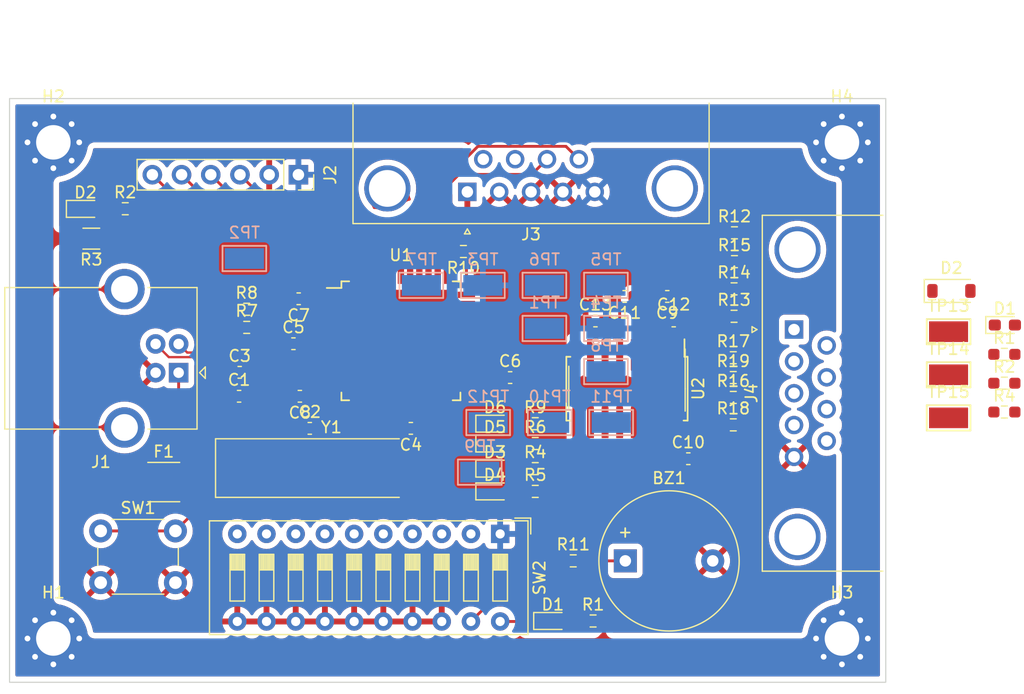
<source format=kicad_pcb>
(kicad_pcb (version 20221018) (generator pcbnew)
  (layers (0 "F.Cu" signal) (31 "B.Cu" signal) (34 "B.Paste" user) (35 "F.Paste" user) (36 "B.SilkS" user "B.Silkscreen") (37 "F.SilkS" user "F.Silkscreen") (38 "B.Mask" user) (39 "F.Mask" user) (44 "Edge.Cuts" user))
  (net 0 "")
  (net 1 "/BUZZER_OUT")
  (net 2 "GND")
  (net 3 "+5V")
  (net 4 "/XTAL2")
  (net 5 "/XTAL1")
  (net 6 "+3.3V")
  (net 7 "Net-(U2-C1+)")
  (net 8 "Net-(U2-C1-)")
  (net 9 "/5V_RS232")
  (net 10 "Net-(U2-C2+)")
  (net 11 "Net-(U2-C2-)")
  (net 12 "Net-(U2-VS+)")
  (net 13 "Net-(U2-VS-)")
  (net 14 "Net-(D1-Pad2)")
  (net 15 "Net-(D2-Pad2)")
  (net 16 "/IO12")
  (net 17 "Net-(D3-Pad2)")
  (net 18 "/TXLED")
  (net 19 "Net-(D4-Pad2)")
  (net 20 "/RXLED")
  (net 21 "Net-(D5-Pad2)")
  (net 22 "Net-(D1-A)")
  (net 23 "/VBUS")
  (net 24 "/DIN-")
  (net 25 "/DIN+")
  (net 26 "/D+")
  (net 27 "/D-")
  (net 28 "/IO13")
  (net 29 "/BUZZER")
  (net 30 "/IO2")
  (net 31 "/IO15")
  (net 32 "/IO16")
  (net 33 "/IO14")
  (net 34 "/IO11")
  (net 35 "/IO7")
  (net 36 "/A0")
  (net 37 "/IO0_RX")
  (net 38 "/IO1_TX")
  (net 39 "/A1")
  (net 40 "/IO8")
  (net 41 "/IO9")
  (net 42 "/IO10")
  (net 43 "/IO5")
  (net 44 "/HWB")
  (net 45 "/IO3")
  (net 46 "/IO4")
  (net 47 "/IO6")
  (net 48 "/A2")
  (net 49 "/A3")
  (net 50 "/A4")
  (net 51 "/A5")
  (net 52 "CGND")
  (net 53 "/RST")
  (net 54 "Net-(J4-Pad1)")
  (net 55 "Net-(J4-Pad2)")
  (net 56 "Net-(J4-Pad3)")
  (net 57 "Net-(J4-Pad4)")
  (net 58 "Net-(J4-Pad6)")
  (net 59 "Net-(J4-Pad7)")
  (net 60 "Net-(J4-Pad8)")
  (net 61 "Net-(J4-Pad9)")
  (net 62 "Net-(D6-A)")
  (net 65 "Net-(J4-Pad5)")
  (net 66 "Net-(U2-T1IN)")
  (net 67 "Net-(U2-T2IN)")
  (net 68 "Net-(U2-R1OUT)")
  (net 69 "Net-(U2-R2OUT)")
  (net 70 "Net-(U2-T2OUT)")
  (net 71 "Net-(U2-R1IN)")
  (net 72 "Net-(U2-T1OUT)")
  (net 73 "Net-(U2-R2IN)")
  (footprint "Resistor_SMD:R_0603_1608Metric_Pad0.98x0.95mm_HandSolder" (layer "F.Cu") (at 122.84 77.9152)
    (fp_text reference "R2")
    (fp_text value "1k")
  )
  (footprint "Capacitor_SMD:C_0603_1608Metric_Pad1.08x0.95mm_HandSolder" (layer "F.Cu") (at 171.8056 99.6696)
    (fp_text reference "C10")
    (fp_text value "0.1uF")
  )
  (footprint "Resistor_SMD:R_0603_1608Metric_Pad0.98x0.95mm_HandSolder" (layer "F.Cu") (at 158.496 98.3488)
    (fp_text reference "R6")
    (fp_text value "1k")
  )
  (footprint "LED_SMD:LED_0603_1608Metric_Pad1.05x0.95mm_HandSolder" (layer "F.Cu") (at 154.9908 100.5332)
    (fp_text reference "D3")
    (fp_text value "BLUE")
  )
  (footprint "Resistor_SMD:R_0603_1608Metric_Pad0.98x0.95mm_HandSolder" (layer "F.Cu") (at 175.8188 82.52)
    (fp_text reference "R15")
    (fp_text value "0")
  )
  (footprint "TestPoint:TestPoint_Keystone_5015_Micro-Minature" (layer "F.Cu") (at 194.4403 92.3656)
    (fp_text reference "TP14")
    (fp_text value "TestPoint")
  )
  (footprint "Resistor_SMD:R_0603_1608Metric_Pad0.98x0.95mm_HandSolder" (layer "F.Cu") (at 133.4008 86.6648)
    (fp_text reference "R8")
    (fp_text value "22")
  )
  (footprint "LED_SMD:LED_0603_1608Metric_Pad1.05x0.95mm_HandSolder" (layer "F.Cu") (at 160.02 113.792)
    (fp_text reference "D1")
    (fp_text value "BLUE")
  )
  (footprint "Resistor_SMD:R_0603_1608Metric_Pad0.98x0.95mm_HandSolder" (layer "F.Cu") (at 161.798 108.5596)
    (fp_text reference "R11")
    (fp_text value "1k")
  )
  (footprint "Resistor_SMD:R_0603_1608Metric_Pad0.98x0.95mm_HandSolder" (layer "F.Cu") (at 175.7172 90.8812)
    (fp_text reference "R17")
    (fp_text value "0")
  )
  (footprint "Resistor_SMD:R_0603_1608Metric_Pad0.98x0.95mm_HandSolder" (layer "F.Cu") (at 133.4008 88.2396)
    (fp_text reference "R7")
    (fp_text value "22")
  )
  (footprint "Connector_USB:USB_B_OST_USB-B1HSxx_Horizontal" (layer "F.Cu") (at 127.4815 92.182 180)
    (fp_text reference "J1")
    (fp_text value "USB_B")
  )
  (footprint "Resistor_SMD:R_0603_1608Metric_Pad0.98x0.95mm_HandSolder" (layer "F.Cu") (at 175.7172 94.3356)
    (fp_text reference "R16")
    (fp_text value "0")
  )
  (footprint "Resistor_SMD:R_0603_1608Metric_Pad0.98x0.95mm_HandSolder" (layer "F.Cu") (at 152.2476 81.6356 180)
    (fp_text reference "R10")
    (fp_text value "1k")
  )
  (footprint "Resistor_SMD:R_0603_1608Metric_Pad0.98x0.95mm_HandSolder" (layer "F.Cu") (at 158.496 100.5332)
    (fp_text reference "R4")
    (fp_text value "1k")
  )
  (footprint "Capacitor_SMD:C_0603_1608Metric_Pad1.08x0.95mm_HandSolder" (layer "F.Cu") (at 156.3116 92.6084)
    (fp_text reference "C6")
    (fp_text value "0.1uF")
  )
  (footprint "Capacitor_SMD:C_0603_1608Metric_Pad1.08x0.95mm_HandSolder" (layer "F.Cu") (at 138.0236 94.234 180)
    (fp_text reference "C8")
    (fp_text value "10uF")
  )
  (footprint "Capacitor_SMD:C_0603_1608Metric_Pad1.08x0.95mm_HandSolder" (layer "F.Cu") (at 137.922 85.7504 180)
    (fp_text reference "C7")
    (fp_text value "0.1uF")
  )
  (footprint "Resistor_SMD:R_0603_1608Metric_Pad0.98x0.95mm_HandSolder" (layer "F.Cu") (at 158.496 102.5144)
    (fp_text reference "R5")
    (fp_text value "1k")
  )
  (footprint "MountingHole:MountingHole_3mm_Pad_Via" (layer "F.Cu") (at 116.586 72.136)
    (fp_text reference "H2")
    (fp_text value "M3")
  )
  (footprint "MountingHole:MountingHole_3mm_Pad_Via" (layer "F.Cu") (at 185.166 115.316)
    (fp_text reference "H3")
    (fp_text value "M3")
  )
  (footprint "Button_Switch_THT:SW_PUSH_6mm" (layer "F.Cu") (at 120.702 105.954)
    (fp_text reference "SW1")
    (fp_text value "SW_Push")
  )
  (footprint "Capacitor_SMD:C_0603_1608Metric_Pad1.08x0.95mm_HandSolder" (layer "F.Cu") (at 137.4648 89.662)
    (fp_text reference "C5")
    (fp_text value "1uF")
  )
  (footprint "Buzzer_Beeper:Buzzer_12x9.5RM7.6" (layer "F.Cu") (at 166.3292 108.5596)
    (fp_text reference "BZ1")
    (fp_text value "WST-1210T")
  )
  (footprint "Resistor_SMD:R_0603_1608Metric_Pad0.98x0.95mm_HandSolder" (layer "F.Cu") (at 163.5252 113.792)
    (fp_text reference "R1")
    (fp_text value "1k")
  )
  (footprint "Connector_Dsub:DSUB-9_Female_Horizontal_P2.77x2.84mm_EdgePinOffset4.94mm_Housed_MountingHolesOffset7.48mm" (layer "F.Cu") (at 152.5904 76.446331 180)
    (fp_text reference "J3")
    (fp_text value "DB9_Male_MountingHoles")
  )
  (footprint "Button_Switch_THT:SW_DIP_SPSTx10_Slide_9.78x27.58mm_W7.62mm_P2.54mm" (layer "F.Cu") (at 155.443 106.2145 -90)
    (fp_text reference "SW2")
    (fp_text value "SW_DIP_x10")
  )
  (footprint "Resistor_SMD:R_0603_1608Metric_Pad0.98x0.95mm_HandSolder" (layer "F.Cu") (at 199.2903 90.5856)
    (fp_text reference "R1")
    (fp_text value "0")
  )
  (footprint "Capacitor_SMD:C_0603_1608Metric_Pad1.08x0.95mm_HandSolder" (layer "F.Cu") (at 166.2684 85.5472 180)
    (fp_text reference "C11")
    (fp_text value "0.1uF")
  )
  (footprint "Resistor_SMD:R_0603_1608Metric_Pad0.98x0.95mm_HandSolder" (layer "F.Cu") (at 175.8188 80.01)
    (fp_text reference "R12")
    (fp_text value "0")
  )
  (footprint "Resistor_SMD:R_0603_1608Metric_Pad0.98x0.95mm_HandSolder" (layer "F.Cu") (at 175.7849 87.2744)
    (fp_text reference "R13")
    (fp_text value "0")
  )
  (footprint "MountingHole:MountingHole_3mm_Pad_Via" (layer "F.Cu") (at 185.166 72.136)
    (fp_text reference "H4")
    (fp_text value "M3")
  )
  (footprint "Crystal:Crystal_SMD_HC49-SD_HandSoldering" (layer "F.Cu") (at 140.7668 100.4824)
    (fp_text reference "Y1")
    (fp_text value "16MHz")
  )
  (footprint "Capacitor_SMD:C_0603_1608Metric_Pad1.08x0.95mm_HandSolder" (layer "F.Cu") (at 132.7912 92.1512)
    (fp_text reference "C3")
    (fp_text value "1uF")
  )
  (footprint "TestPoint:TestPoint_Keystone_5015_Micro-Minature" (layer "F.Cu") (at 194.4403 88.6156)
    (fp_text reference "TP13")
    (fp_text value "TestPoint")
  )
  (footprint "LED_SMD:LED_0603_1608Metric_Pad1.05x0.95mm_HandSolder" (layer "F.Cu") (at 154.9908 98.3488)
    (fp_text reference "D5")
    (fp_text value "BLUE")
  )
  (footprint "Capacitor_SMD:C_0603_1608Metric_Pad1.08x0.95mm_HandSolder" (layer "F.Cu") (at 147.6756 97.028 180)
    (fp_text reference "C4")
    (fp_text value "18pF")
  )
  (footprint "Resistor_SMD:R_0603_1608Metric_Pad0.98x0.95mm_HandSolder" (layer "F.Cu") (at 199.2903 95.6056)
    (fp_text reference "R4")
    (fp_text value "10k")
  )
  (footprint "Package_SO:SOIC-16_3.9x9.9mm_P1.27mm" (layer "F.Cu") (at 166.4716 93.5736 -90)
    (fp_text reference "U3" hide)
    (fp_text value "MAX3232")
  )
  (footprint "Package_SO:SOIC-16W_5.3x10.2mm_P1.27mm" (layer "F.Cu") (at 166.4716 93.5736 -90)
    (fp_text reference "U2")
    (fp_text value "MAX3232")
  )
  (footprint "Capacitor_SMD:C_0603_1608Metric_Pad1.08x0.95mm_HandSolder" (layer "F.Cu") (at 170.5356 87.6808)
    (fp_text reference "C12")
    (fp_text value "0.1uF")
  )
  (footprint "LED_SMD:LED_0603_1608Metric_Pad1.05x0.95mm_HandSolder" (layer "F.Cu") (at 154.9908 102.5144)
    (fp_text reference "D4")
    (fp_text value "BLUE")
  )
  (footprint "Diode_SMD:D_SOD-123" (layer "F.Cu") (at 194.6853 85.0656)
    (fp_text reference "D2")
    (fp_text value "1N4148W")
  )
  (footprint "LED_SMD:LED_0603_1608Metric_Pad1.05x0.95mm_HandSolder" (layer "F.Cu") (at 154.9908 96.6216)
    (fp_text reference "D6")
    (fp_text value "RED")
  )
  (footprint "Resistor_SMD:R_0603_1608Metric_Pad0.98x0.95mm_HandSolder" (layer "F.Cu") (at 199.2903 93.0956)
    (fp_text reference "R2")
    (fp_text value "1k")
  )
  (footprint "Capacitor_SMD:C_0603_1608Metric_Pad1.08x0.95mm_HandSolder" (layer "F.Cu") (at 169.9768 85.5472 180)
    (fp_text reference "C9")
    (fp_text value "0.1uF")
  )
  (footprint "LED_SMD:LED_0603_1608Metric_Pad1.05x0.95mm_HandSolder" (layer "F.Cu") (at 199.3353 88.0356)
    (fp_text reference "D1")
    (fp_text value "RED")
  )
  (footprint "Resistor_SMD:R_0603_1608Metric_Pad0.98x0.95mm_HandSolder" (layer "F.Cu") (at 175.7849 84.8868)
    (fp_text reference "R14")
    (fp_text value "0")
  )
  (footprint "Capacitor_SMD:C_0603_1608Metric_Pad1.08x0.95mm_HandSolder" (layer "F.Cu") (at 163.7284 87.6808)
    (fp_text reference "C13")
    (fp_text value "0.1uF")
  )
  (footprint "MountingHole:MountingHole_3mm_Pad_Via" (layer "F.Cu") (at 116.586 115.316)
    (fp_text reference "H1")
    (fp_text value "M3")
  )
  (footprint "Capacitor_SMD:C_0603_1608Metric_Pad1.08x0.95mm_HandSolder" (layer "F.Cu") (at 138.8872 97.028)
    (fp_text reference "C2")
    (fp_text value "18pF")
  )
  (footprint "Connector_Dsub:DSUB-9_Female_Horizontal_P2.77x2.84mm_EdgePinOffset4.94mm_Housed_MountingHolesOffset7.48mm" (layer "F.Cu") (at 181.0004 88.43 90)
    (fp_text reference "J4")
    (fp_text value "DB9_Male_MountingHoles")
  )
  (footprint "Resistor_SMD:R_0603_1608Metric_Pad0.98x0.95mm_HandSolder" (layer "F.Cu") (at 158.496 96.6216)
    (fp_text reference "R9")
    (fp_text value "1k")
  )
  (footprint "LED_SMD:LED_0603_1608Metric_Pad1.05x0.95mm_HandSolder" (layer "F.Cu") (at 119.38 77.9272)
    (fp_text reference "D2")
    (fp_text value "BLUE")
  )
  (footprint "Capacitor_SMD:C_0603_1608Metric_Pad1.08x0.95mm_HandSolder" (layer "F.Cu") (at 132.7404 94.234)
    (fp_text reference "C1")
    (fp_text value "10uF")
  )
  (footprint "TestPoint:TestPoint_Keystone_5015_Micro-Minature" (layer "F.Cu") (at 194.4403 96.1156)
    (fp_text reference "TP15")
    (fp_text value "TestPoint")
  )
  (footprint "Resistor_SMD:R_0603_1608Metric_Pad0.98x0.95mm_HandSolder" (layer "F.Cu") (at 175.7172 96.7232)
    (fp_text reference "R18")
    (fp_text value "0")
  )
  (footprint "Package_QFP:TQFP-44_10x10mm_P0.8mm" (layer "F.Cu") (at 146.812 89.408)
    (fp_text reference "U1")
    (fp_text value "ATmega32U4-A")
  )
  (footprint "Resistor_SMD:R_1206_3216Metric_Pad1.30x1.75mm_HandSolder" (layer "F.Cu") (at 119.888 80.518 180)
    (fp_text reference "R3")
    (fp_text value "1Meg")
  )
  (footprint "Resistor_SMD:R_1812_4532Metric_Pad1.30x3.40mm_HandSolder" (layer "F.Cu") (at 126.1872 101.7016)
    (fp_text reference "F1")
    (fp_text value "500mA")
  )
  (footprint "Connector_PinSocket_2.54mm:PinSocket_1x06_P2.54mm_Vertical" (layer "F.Cu") (at 137.897 74.955 -90)
    (fp_text reference "J2")
    (fp_text value "Conn_01x06_2.54mm")
  )
  (footprint "Resistor_SMD:R_0603_1608Metric_Pad0.98x0.95mm_HandSolder" (layer "F.Cu") (at 175.7153 92.6084)
    (fp_text reference "R19")
    (fp_text value "0")
  )
  (footprint "TestPoint:TestPoint_Keystone_5015_Micro-Minature" (layer "B.Cu") (at 159.75 96.52 180)
    (fp_text reference "TP10")
    (fp_text value "TestPoint")
  )
  (footprint "TestPoint:TestPoint_Keystone_5015_Micro-Minature" (layer "B.Cu") (at 164.64 84.582 180)
    (fp_text reference "TP5")
    (fp_text value "TestPoint")
  )
  (footprint "TestPoint:TestPoint_Keystone_5015_Micro-Minature" (layer "B.Cu") (at 153.94 84.582 180)
    (fp_text reference "TP3")
    (fp_text value "TestPoint")
  )
  (footprint "TestPoint:TestPoint_Keystone_5015_Micro-Minature" (layer "B.Cu") (at 153.67 100.838 180)
    (fp_text reference "TP9")
    (fp_text value "TestPoint")
  )
  (footprint "TestPoint:TestPoint_Keystone_5015_Micro-Minature" (layer "B.Cu") (at 165.1 96.52 180)
    (fp_text reference "TP11")
    (fp_text value "TestPoint")
  )
  (footprint "TestPoint:TestPoint_Keystone_5015_Micro-Minature" (layer "B.Cu") (at 159.29 88.332 180)
    (fp_text reference "TP1")
    (fp_text value "TestPoint")
  )
  (footprint "TestPoint:TestPoint_Keystone_5015_Micro-Minature" (layer "B.Cu") (at 154.4 96.52 180)
    (fp_text reference "TP12")
    (fp_text value "TestPoint")
  )
  (footprint "TestPoint:TestPoint_Keystone_5015_Micro-Minature" (layer "B.Cu") (at 148.59 84.582 180)
    (fp_text reference "TP7")
    (fp_text value "TestPoint")
  )
  (footprint "TestPoint:TestPoint_Keystone_5015_Micro-Minature" (layer "B.Cu") (at 133.1976 82.2452 180)
    (fp_text reference "TP2")
    (fp_text value "TestPoint")
  )
  (footprint "TestPoint:TestPoint_Keystone_5015_Micro-Minature" (layer "B.Cu") (at 164.64 92.082 180)
    (fp_text reference "TP8")
    (fp_text value "TestPoint")
  )
  (footprint "TestPoint:TestPoint_Keystone_5015_Micro-Minature" (layer "B.Cu") (at 164.64 88.332 180)
    (fp_text reference "TP4")
    (fp_text value "TestPoint")
  )
  (footprint "TestPoint:TestPoint_Keystone_5015_Micro-Minature" (layer "B.Cu") (at 159.29 84.582 180)
    (fp_text reference "TP6")
    (fp_text value "TestPoint")
  )
  (gr_rect (start 112.776 68.326) (end 188.976 119.126) (stroke (width 0.1)) (fill none) (layer "Edge.Cuts"))
  (segment (start 162.7105 108.5596) (end 166.3292 108.5596) (width 0.25) (layer "F.Cu") (net 1))
  (segment (start 141.112 88.608) (end 139.6872 88.608) (width 0.25) (layer "F.Cu") (net 2))
  (segment (start 139.6872 88.608) (end 139.5984 88.6968) (width 0.25) (layer "F.Cu") (net 2))
  (segment (start 144.412 94.12) (end 144.412 95.108) (width 0.25) (layer "F.Cu") (net 3))
  (segment (start 128.4122 99.2734) (end 131.8779 95.8077) (width 0.25) (layer "F.Cu") (net 3))
  (segment (start 138.8861 94.234) (end 141.932511 94.234) (width 0.25) (layer "F.Cu") (net 3))
  (segment (start 150.812 82.1587) (end 151.3351 81.6356) (width 0.25) (layer "F.Cu") (net 3))
  (segment (start 131.8779 92.202) (end 131.9287 92.1512) (width 0.25) (layer "F.Cu") (net 3))
  (segment (start 155.4491 92.6084) (end 155.4487 92.608) (width 0.25) (layer "F.Cu") (net 3))
  (segment (start 142.338911 93.8276) (end 144.1196 93.8276) (width 0.25) (layer "F.Cu") (net 3))
  (segment (start 150.812 83.708) (end 150.812 82.1587) (width 0.25) (layer "F.Cu") (net 3))
  (segment (start 128.4122 101.7016) (end 128.4122 99.2734) (width 0.25) (layer "F.Cu") (net 3))
  (segment (start 141.932511 94.234) (end 142.338911 93.8276) (width 0.25) (layer "F.Cu") (net 3))
  (segment (start 131.8779 94.234) (end 131.8779 92.202) (width 0.25) (layer "F.Cu") (net 3))
  (segment (start 155.4487 92.608) (end 152.512 92.608) (width 0.25) (layer "F.Cu") (net 3))
  (segment (start 144.1196 93.8276) (end 144.412 94.12) (width 0.25) (layer "F.Cu") (net 3))
  (segment (start 131.8779 95.8077) (end 131.8779 94.234) (width 0.25) (layer "F.Cu") (net 3))
  (segment (start 137.8204 100.4824) (end 139.7497 98.5531) (width 0.25) (layer "F.Cu") (net 4))
  (segment (start 139.7497 98.5531) (end 139.7497 97.028) (width 0.25) (layer "F.Cu") (net 4))
  (segment (start 134.8293 100.4824) (end 137.8204 100.4824) (width 0.25) (layer "F.Cu") (net 4))
  (segment (start 139.7497 97.028) (end 145.1864 97.028) (width 0.25) (layer "F.Cu") (net 4))
  (segment (start 145.1864 97.028) (end 146.012 96.2024) (width 0.25) (layer "F.Cu") (net 4))
  (segment (start 146.012 96.2024) (end 146.012 95.108) (width 0.25) (layer "F.Cu") (net 4))
  (segment (start 146.812 97.0269) (end 146.8131 97.028) (width 0.25) (layer "F.Cu") (net 5))
  (segment (start 146.812 95.108) (end 146.812 97.0269) (width 0.25) (layer "F.Cu") (net 5))
  (segment (start 146.7043 97.1368) (end 146.7043 100.4824) (width 0.25) (layer "F.Cu") (net 5))
  (segment (start 146.8131 97.028) (end 146.7043 97.1368) (width 0.25) (layer "F.Cu") (net 5))
  (segment (start 137.40182 90.46152) (end 138.95128 90.46152) (width 0.25) (layer "F.Cu") (net 6))
  (segment (start 138.95128 90.46152) (end 140.0048 89.408) (width 0.25) (layer "F.Cu") (net 6))
  (segment (start 140.0048 89.408) (end 141.112 89.408) (width 0.25) (layer "F.Cu") (net 6))
  (segment (start 136.6023 89.662) (end 137.40182 90.46152) (width 0.25) (layer "F.Cu") (net 6))
  (segment (start 170.53608 88.54488) (end 170.53608 85.85042) (width 0.25) (layer "F.Cu") (net 7))
  (segment (start 170.53608 85.85042) (end 170.8393 85.5472) (width 0.25) (layer "F.Cu") (net 7))
  (segment (start 170.9166 88.9254) (end 170.53608 88.54488) (width 0.25) (layer "F.Cu") (net 7))
  (segment (start 170.9166 90.0236) (end 170.9166 88.9254) (width 0.25) (layer "F.Cu") (net 7))
  (segment (start 169.1143 85.5472) (end 168.3766 86.2849) (width 0.25) (layer "F.Cu") (net 8))
  (segment (start 168.3766 86.2849) (end 168.3766 90.0236) (width 0.25) (layer "F.Cu") (net 8))
  (segment (start 157.6832 114.6556) (end 163.5741 114.6556) (width 0.25) (layer "F.Cu") (net 9))
  (segment (start 163.5741 114.6556) (end 164.4377 113.792) (width 0.25) (layer "F.Cu") (net 9))
  (segment (start 156.8621 113.8345) (end 157.6832 114.6556) (width 0.25) (layer "F.Cu") (net 9))
  (segment (start 170.9166 109.1438) (end 170.9166 97.1236) (width 0.25) (layer "F.Cu") (net 9))
  (segment (start 166.2684 113.792) (end 170.9166 109.1438) (width 0.25) (layer "F.Cu") (net 9))
  (segment (start 164.4377 113.792) (end 166.2684 113.792) (width 0.25) (layer "F.Cu") (net 9))
  (segment (start 155.443 113.8345) (end 156.8621 113.8345) (width 0.25) (layer "F.Cu") (net 9))
  (segment (start 167.1309 85.5472) (end 167.1066 85.5715) (width 0.25) (layer "F.Cu") (net 10))
  (segment (start 167.1066 85.5715) (end 167.1066 90.0236) (width 0.25) (layer "F.Cu") (net 10))
  (segment (start 165.8366 85.9779) (end 165.8366 90.0236) (width 0.25) (layer "F.Cu") (net 11))
  (segment (start 165.4059 85.5472) (end 165.8366 85.9779) (width 0.25) (layer "F.Cu") (net 11))
  (segment (start 169.6731 89.9971) (end 169.6466 90.0236) (width 0.25) (layer "F.Cu") (net 12))
  (segment (start 169.6731 87.6808) (end 169.6731 89.9971) (width 0.25) (layer "F.Cu") (net 12))
  (segment (start 164.5909 91.0743) (end 164.5666 91.0986) (width 0.25) (layer "F.Cu") (net 13))
  (segment (start 164.5909 87.6808) (end 164.5909 91.0743) (width 0.25) (layer "F.Cu") (net 13))
  (segment (start 160.895 113.792) (end 162.6127 113.792) (width 0.25) (layer "F.Cu") (net 14))
  (segment (start 127.4815 97.2069) (end 123.9622 100.7262) (width 0.25) (layer "F.Cu") (net 23))
  (segment (start 123.9622 100.7262) (end 123.9622 101.7016) (width 0.25) (layer "F.Cu") (net 23))
  (segment (start 127.4815 92.182) (end 127.4815 97.2069) (width 0.25) (layer "F.Cu") (net 23))
  (segment (start 131.595247 88.567647) (end 129.730903 90.431991) (width 0.2) (layer "F.Cu") (net 24))
  (segment (start 128.231491 90.431991) (end 127.4815 89.682) (width 0.2) (layer "F.Cu") (net 24))
  (segment (start 129.730903 90.431991) (end 128.231491 90.431991) (width 0.2) (layer "F.Cu") (net 24))
  (segment (start 132.4883 86.6648) (end 131.595247 87.557853) (width 0.2) (layer "F.Cu") (net 24))
  (segment (start 131.595247 87.557853) (end 131.595247 88.567647) (width 0.2) (layer "F.Cu") (net 24))
  (segment (start 126.631011 90.831511) (end 125.4815 89.682) (width 0.2) (layer "F.Cu") (net 25))
  (segment (start 129.896389 90.831511) (end 126.631011 90.831511) (width 0.2) (layer "F.Cu") (net 25))
  (segment (start 132.4883 88.2396) (end 129.896389 90.831511) (width 0.2) (layer "F.Cu") (net 25))
  (segment (start 141.112 87.808) (end 139.7292 87.808) (width 0.2) (layer "F.Cu") (net 26))
  (segment (start 134.3133 88.2396) (end 134.875699 87.677201) (width 0.2) (layer "F.Cu") (net 26))
  (segment (start 134.875699 87.677201) (end 139.5984 87.6772) (width 0.2) (layer "F.Cu") (net 26))
  (segment (start 139.7292 87.808) (end 139.5984 87.6772) (width 0.2) (layer "F.Cu") (net 26))
  (segment (start 134.3133 86.6648) (end 134.875699 87.227199) (width 0.2) (layer "F.Cu") (net 27))
  (segment (start 141.112 87.008) (end 139.8176 87.008) (width 0.2) (layer "F.Cu") (net 27))
  (segment (start 139.8176 87.008) (end 139.5984 87.2272) (width 0.2) (layer "F.Cu") (net 27))
  (segment (start 134.875699 87.227199) (end 139.5984 87.2272) (width 0.2) (layer "F.Cu") (net 27))
  (segment (start 160.8855 108.6085) (end 160.8855 108.5596) (width 0.25) (layer "F.Cu") (net 29))
  (segment (start 152.903 113.8345) (end 154.3171 112.4204) (width 0.25) (layer "F.Cu") (net 29))
  (segment (start 154.3171 112.4204) (end 157.0736 112.4204) (width 0.25) (layer "F.Cu") (net 29))
  (segment (start 157.0736 112.4204) (end 160.8855 108.6085) (width 0.25) (layer "F.Cu") (net 29))
  (segment (start 151.857709 74.93) (end 149.212 77.575709) (width 0.25) (layer "F.Cu") (net 36))
  (segment (start 149.212 77.575709) (end 149.212 83.708) (width 0.25) (layer "F.Cu") (net 36))
  (segment (start 158.191731 74.93) (end 151.857709 74.93) (width 0.25) (layer "F.Cu") (net 36))
  (segment (start 159.5154 73.606331) (end 158.191731 74.93) (width 0.25) (layer "F.Cu") (net 36))
  (segment (start 153.509611 72.48182) (end 161.160889 72.48182) (width 0.25) (layer "F.Cu") (net 39))
  (segment (start 148.412 77.579431) (end 153.509611 72.48182) (width 0.25) (layer "F.Cu") (net 39))
  (segment (start 148.412 83.708) (end 148.412 77.579431) (width 0.25) (layer "F.Cu") (net 39))
  (segment (start 161.160889 72.48182) (end 162.2854 73.606331) (width 0.25) (layer "F.Cu") (net 39))
  (segment (start 152.512 85.408) (end 152.512 82.2837) (width 0.25) (layer "F.Cu") (net 44))
  (segment (start 152.512 82.2837) (end 153.1601 81.6356) (width 0.25) (layer "F.Cu") (net 44))
  (segment (start 132.817 74.955) (end 136.62504 78.76304) (width 0.25) (layer "F.Cu") (net 48))
  (segment (start 143.976315 79.026363) (end 147.612 82.662048) (width 0.25) (layer "F.Cu") (net 48))
  (segment (start 143.712993 78.76304) (end 143.976315 79.026363) (width 0.25) (layer "F.Cu") (net 48))
  (segment (start 147.612 82.662048) (end 147.612 83.708) (width 0.25) (layer "F.Cu") (net 48))
  (segment (start 136.62504 78.76304) (end 143.712993 78.76304) (width 0.25) (layer "F.Cu") (net 48))
  (segment (start 130.277 74.955) (end 134.53456 79.21256) (width 0.25) (layer "F.Cu") (net 49))
  (segment (start 134.53456 79.21256) (end 143.526795 79.21256) (width 0.25) (layer "F.Cu") (net 49))
  (segment (start 143.526795 79.21256) (end 146.812 82.497765) (width 0.25) (layer "F.Cu") (net 49))
  (segment (start 146.812 82.497765) (end 146.812 83.708) (width 0.25) (layer "F.Cu") (net 49))
  (segment (start 127.737 74.955) (end 132.44408 79.66208) (width 0.25) (layer "F.Cu") (net 50))
  (segment (start 143.340598 79.66208) (end 146.012 82.333482) (width 0.25) (layer "F.Cu") (net 50))
  (segment (start 132.44408 79.66208) (end 143.340598 79.66208) (width 0.25) (layer "F.Cu") (net 50))
  (segment (start 146.012 82.333482) (end 146.012 83.708) (width 0.25) (layer "F.Cu") (net 50))
  (segment (start 125.197 74.955) (end 130.3536 80.1116) (width 0.25) (layer "F.Cu") (net 51))
  (segment (start 145.212 82.1692) (end 145.212 83.708) (width 0.25) (layer "F.Cu") (net 51))
  (segment (start 143.1544 80.1116) (end 145.212 82.1692) (width 0.25) (layer "F.Cu") (net 51))
  (segment (start 130.3536 80.1116) (end 143.1544 80.1116) (width 0.25) (layer "F.Cu") (net 51))
  (segment (start 116.3064 84.912) (end 116.2812 84.8868) (width 0.25) (layer "F.Cu") (net 52))
  (segment (start 122.7715 96.952) (end 116.2556 96.952) (width 0.25) (layer "F.Cu") (net 52))
  (segment (start 122.7715 84.912) (end 116.3064 84.912) (width 0.25) (layer "F.Cu") (net 52))
  (segment (start 116.2556 96.952) (end 116.2304 96.9772) (width 0.25) (layer "F.Cu") (net 52))
  (segment (start 129.9464 103.2096) (end 129.9464 98.7044) (width 0.25) (layer "F.Cu") (net 53))
  (segment (start 127.202 105.954) (end 129.9464 103.2096) (width 0.25) (layer "F.Cu") (net 53))
  (segment (start 120.702 105.954) (end 127.202 105.954) (width 0.25) (layer "F.Cu") (net 53))
  (segment (start 141.5796 95.8596) (end 142.24 96.52) (width 0.25) (layer "F.Cu") (net 53))
  (segment (start 142.24 96.52) (end 143.074022 96.52) (width 0.25) (layer "F.Cu") (net 53))
  (segment (start 143.074022 96.52) (end 143.612 95.982022) (width 0.25) (layer "F.Cu") (net 53))
  (segment (start 129.9464 98.7044) (end 132.7912 95.8596) (width 0.25) (layer "F.Cu") (net 53))
  (segment (start 132.7912 95.8596) (end 141.5796 95.8596) (width 0.25) (layer "F.Cu") (net 53))
  (segment (start 143.612 95.982022) (end 143.612 95.108) (width 0.25) (layer "F.Cu") (net 53))
  (zone (net 2) (net_name "GND") (layer "F.Cu") (priority 1) (connect_pads (clearance 0.508)) (min_thickness 0.254) (fill yes (thermal_gap 0.508) (thermal_bridge_width 0.508))
    (polygon (pts (xy 184.658 114.808) (xy 117.094 114.808) (xy 117.094 72.644) (xy 184.658 72.644)))
  )
  (zone (net 52) (net_name "CGND") (layers "F&B.Cu") (connect_pads yes (clearance 0.508)) (min_thickness 0.254) (fill yes (thermal_gap 0.508) (thermal_bridge_width 0.508))
    (polygon (pts (xy 188.976 119.126) (xy 112.776 119.126) (xy 112.776 68.326) (xy 188.976 68.326)))
  )
  (zone (net 3) (net_name "+5V") (layer "B.Cu") (priority 1) (connect_pads (clearance 0.508)) (min_thickness 0.254) (fill yes (thermal_gap 0.508) (thermal_bridge_width 0.508))
    (polygon (pts (xy 117.094 114.808) (xy 184.658 114.808) (xy 184.658 72.644) (xy 117.094 72.644)))
  )
)
</source>
